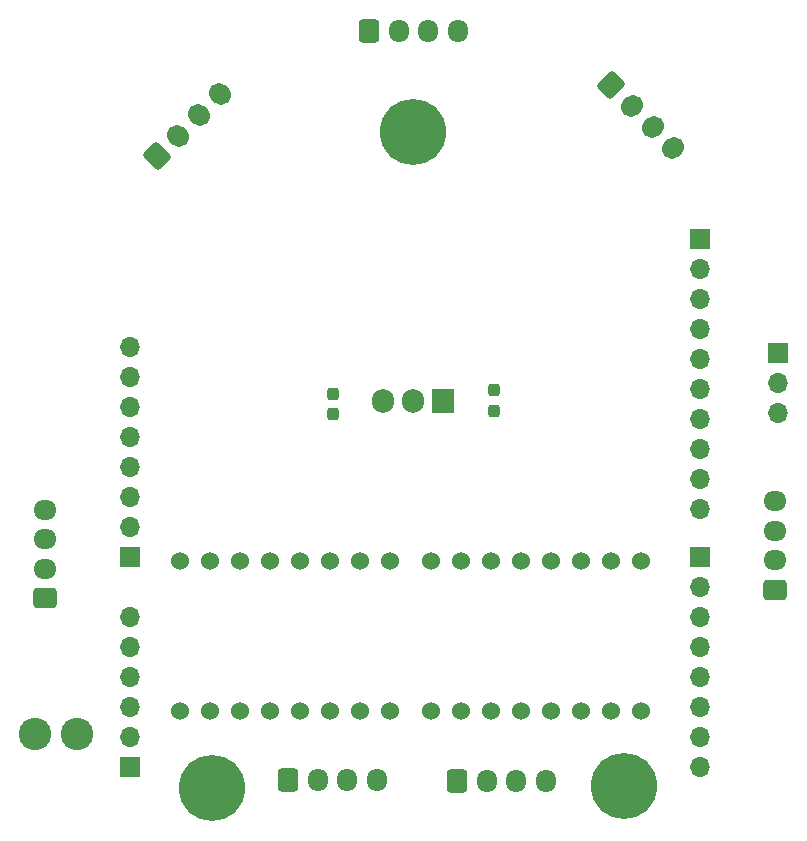
<source format=gbr>
%TF.GenerationSoftware,KiCad,Pcbnew,7.0.2*%
%TF.CreationDate,2023-05-25T17:28:33+02:00*%
%TF.ProjectId,robot2,726f626f-7432-42e6-9b69-6361645f7063,rev?*%
%TF.SameCoordinates,Original*%
%TF.FileFunction,Soldermask,Top*%
%TF.FilePolarity,Negative*%
%FSLAX46Y46*%
G04 Gerber Fmt 4.6, Leading zero omitted, Abs format (unit mm)*
G04 Created by KiCad (PCBNEW 7.0.2) date 2023-05-25 17:28:33*
%MOMM*%
%LPD*%
G01*
G04 APERTURE LIST*
G04 Aperture macros list*
%AMRoundRect*
0 Rectangle with rounded corners*
0 $1 Rounding radius*
0 $2 $3 $4 $5 $6 $7 $8 $9 X,Y pos of 4 corners*
0 Add a 4 corners polygon primitive as box body*
4,1,4,$2,$3,$4,$5,$6,$7,$8,$9,$2,$3,0*
0 Add four circle primitives for the rounded corners*
1,1,$1+$1,$2,$3*
1,1,$1+$1,$4,$5*
1,1,$1+$1,$6,$7*
1,1,$1+$1,$8,$9*
0 Add four rect primitives between the rounded corners*
20,1,$1+$1,$2,$3,$4,$5,0*
20,1,$1+$1,$4,$5,$6,$7,0*
20,1,$1+$1,$6,$7,$8,$9,0*
20,1,$1+$1,$8,$9,$2,$3,0*%
%AMHorizOval*
0 Thick line with rounded ends*
0 $1 width*
0 $2 $3 position (X,Y) of the first rounded end (center of the circle)*
0 $4 $5 position (X,Y) of the second rounded end (center of the circle)*
0 Add line between two ends*
20,1,$1,$2,$3,$4,$5,0*
0 Add two circle primitives to create the rounded ends*
1,1,$1,$2,$3*
1,1,$1,$4,$5*%
G04 Aperture macros list end*
%ADD10C,5.600000*%
%ADD11RoundRect,0.250000X0.725000X-0.600000X0.725000X0.600000X-0.725000X0.600000X-0.725000X-0.600000X0*%
%ADD12O,1.950000X1.700000*%
%ADD13R,1.700000X1.700000*%
%ADD14O,1.700000X1.700000*%
%ADD15RoundRect,0.250000X-0.600000X-0.725000X0.600000X-0.725000X0.600000X0.725000X-0.600000X0.725000X0*%
%ADD16O,1.700000X1.950000*%
%ADD17C,2.743200*%
%ADD18RoundRect,0.250000X-0.936916X-0.088388X-0.088388X-0.936916X0.936916X0.088388X0.088388X0.936916X0*%
%ADD19HorizOval,1.700000X-0.088388X-0.088388X0.088388X0.088388X0*%
%ADD20RoundRect,0.237500X0.237500X-0.300000X0.237500X0.300000X-0.237500X0.300000X-0.237500X-0.300000X0*%
%ADD21R,1.905000X2.000000*%
%ADD22O,1.905000X2.000000*%
%ADD23C,1.524000*%
%ADD24RoundRect,0.250000X0.088388X-0.936916X0.936916X-0.088388X-0.088388X0.936916X-0.936916X0.088388X0*%
%ADD25HorizOval,1.700000X-0.088388X0.088388X0.088388X-0.088388X0*%
G04 APERTURE END LIST*
D10*
%TO.C,H3*%
X148000000Y-76250000D03*
%TD*%
D11*
%TO.C,J5*%
X116805000Y-115700000D03*
D12*
X116805000Y-113200000D03*
X116805000Y-110700000D03*
X116805000Y-108200000D03*
%TD*%
D13*
%TO.C,M1*%
X178920000Y-94970000D03*
D14*
X178920000Y-97510000D03*
X178920000Y-100050000D03*
%TD*%
D15*
%TO.C,J6*%
X144280000Y-67715000D03*
D16*
X146780000Y-67715000D03*
X149280000Y-67715000D03*
X151780000Y-67715000D03*
%TD*%
D17*
%TO.C,J8*%
X116020000Y-127180000D03*
X119520000Y-127180000D03*
%TD*%
D13*
%TO.C,J12*%
X123990000Y-129990000D03*
D14*
X123990000Y-127450000D03*
X123990000Y-124910000D03*
X123990000Y-122370000D03*
X123990000Y-119830000D03*
X123990000Y-117290000D03*
%TD*%
D11*
%TO.C,J7*%
X178660000Y-114990000D03*
D12*
X178660000Y-112490000D03*
X178660000Y-109990000D03*
X178660000Y-107490000D03*
%TD*%
D18*
%TO.C,J1*%
X164729581Y-72247119D03*
D19*
X166497348Y-74014886D03*
X168265115Y-75782653D03*
X170032882Y-77550420D03*
%TD*%
D10*
%TO.C,H1*%
X130980000Y-131770000D03*
%TD*%
D13*
%TO.C,J9*%
X172250000Y-85330000D03*
D14*
X172250000Y-87870000D03*
X172250000Y-90410000D03*
X172250000Y-92950000D03*
X172250000Y-95490000D03*
X172250000Y-98030000D03*
X172250000Y-100570000D03*
X172250000Y-103110000D03*
X172250000Y-105650000D03*
X172250000Y-108190000D03*
%TD*%
D15*
%TO.C,J4*%
X137420000Y-131100000D03*
D16*
X139920000Y-131100000D03*
X142420000Y-131100000D03*
X144920000Y-131100000D03*
%TD*%
D13*
%TO.C,J10*%
X172260000Y-112250000D03*
D14*
X172260000Y-114790000D03*
X172260000Y-117330000D03*
X172260000Y-119870000D03*
X172260000Y-122410000D03*
X172260000Y-124950000D03*
X172260000Y-127490000D03*
X172260000Y-130030000D03*
%TD*%
D10*
%TO.C,H2*%
X165850000Y-131650000D03*
%TD*%
D20*
%TO.C,C8*%
X154860000Y-99832500D03*
X154860000Y-98107500D03*
%TD*%
%TO.C,C11*%
X141220000Y-100132500D03*
X141220000Y-98407500D03*
%TD*%
D21*
%TO.C,U3*%
X150500000Y-99015000D03*
D22*
X147960000Y-99015000D03*
X145420000Y-99015000D03*
%TD*%
D15*
%TO.C,J3*%
X151740000Y-131150000D03*
D16*
X154240000Y-131150000D03*
X156740000Y-131150000D03*
X159240000Y-131150000D03*
%TD*%
D23*
%TO.C,A2*%
X149540000Y-125270000D03*
X152080000Y-125270000D03*
X154620000Y-125270000D03*
X157160000Y-125270000D03*
X159700000Y-125270000D03*
X162240000Y-125270000D03*
X164780000Y-125270000D03*
X167320000Y-125270000D03*
X149540000Y-112570000D03*
X152080000Y-112570000D03*
X154620000Y-112570000D03*
X157160000Y-112570000D03*
X159700000Y-112570000D03*
X162240000Y-112570000D03*
X164780000Y-112570000D03*
X167320000Y-112570000D03*
%TD*%
D24*
%TO.C,J2*%
X126346699Y-78303301D03*
D25*
X128114466Y-76535534D03*
X129882233Y-74767767D03*
X131650000Y-73000000D03*
%TD*%
D23*
%TO.C,A1*%
X128240000Y-125230000D03*
X130780000Y-125230000D03*
X133320000Y-125230000D03*
X135860000Y-125230000D03*
X138400000Y-125230000D03*
X140940000Y-125230000D03*
X143480000Y-125230000D03*
X146020000Y-125230000D03*
X128240000Y-112530000D03*
X130780000Y-112530000D03*
X133320000Y-112530000D03*
X135860000Y-112530000D03*
X138400000Y-112530000D03*
X140940000Y-112530000D03*
X143480000Y-112530000D03*
X146020000Y-112530000D03*
%TD*%
D13*
%TO.C,J11*%
X124000000Y-112210000D03*
D14*
X124000000Y-109670000D03*
X124000000Y-107130000D03*
X124000000Y-104590000D03*
X124000000Y-102050000D03*
X124000000Y-99510000D03*
X124000000Y-96970000D03*
X124000000Y-94430000D03*
%TD*%
M02*

</source>
